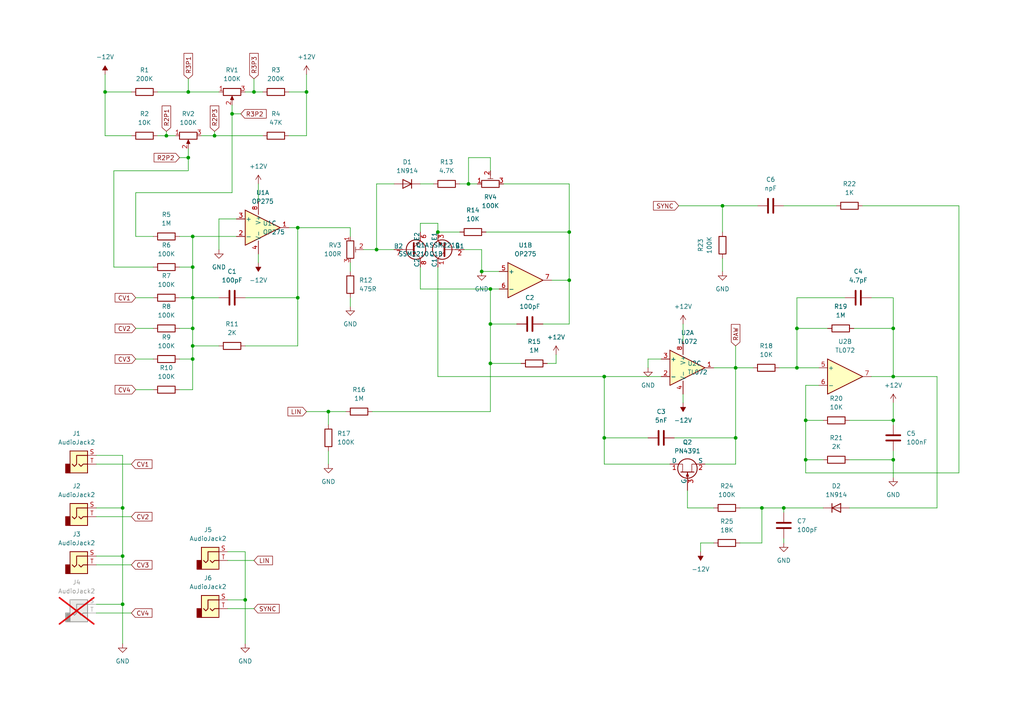
<source format=kicad_sch>
(kicad_sch (version 20230121) (generator eeschema)
  (paper "A4")
  (lib_symbols
    (symbol "Amplifier_Operational:OP275" (pin_names (offset 0.127))
      (property "Reference" "U" (at 0 5.08 0))
      (property "Value" "OP275" (at 0 -5.08 0))
      (symbol "OP275_1_1"
        (polyline (pts (xy -5.08 5.08) (xy 5.08 0) (xy -5.08 -5.08) (xy -5.08 5.08)) (stroke (width 0.254)) (fill (type background)))
        (pin output line (at 7.62 0 180) (length 2.54) (name "~") (number "1"))
        (pin input line (at -7.62 -2.54 0) (length 2.54) (name "-") (number "2"))
        (pin input line (at -7.62 2.54 0) (length 2.54) (name "+") (number "3"))
      )
      (symbol "OP275_2_1"
        (polyline (pts (xy -5.08 5.08) (xy 5.08 0) (xy -5.08 -5.08) (xy -5.08 5.08)) (stroke (width 0.254)) (fill (type background)))
        (pin input line (at -7.62 2.54 0) (length 2.54) (name "+") (number "5"))
        (pin input line (at -7.62 -2.54 0) (length 2.54) (name "-") (number "6"))
        (pin output line (at 7.62 0 180) (length 2.54) (name "~") (number "7"))
      )
      (symbol "OP275_3_1"
        (pin power_in line (at -2.54 -7.62 90) (length 3.81) (name "V-") (number "4"))
        (pin power_in line (at -2.54 7.62 270) (length 3.81) (name "V+") (number "8"))
      )
    )
    (symbol "Amplifier_Operational:TL072" (pin_names (offset 0.127))
      (property "Reference" "U" (at 0 5.08 0))
      (property "Value" "TL072" (at 0 -5.08 0))
      (symbol "TL072_1_1"
        (polyline (pts (xy -5.08 5.08) (xy 5.08 0) (xy -5.08 -5.08) (xy -5.08 5.08)) (stroke (width 0.254)) (fill (type background)))
        (pin output line (at 7.62 0 180) (length 2.54) (name "~") (number "1"))
        (pin input line (at -7.62 -2.54 0) (length 2.54) (name "-") (number "2"))
        (pin input line (at -7.62 2.54 0) (length 2.54) (name "+") (number "3"))
      )
      (symbol "TL072_2_1"
        (polyline (pts (xy -5.08 5.08) (xy 5.08 0) (xy -5.08 -5.08) (xy -5.08 5.08)) (stroke (width 0.254)) (fill (type background)))
        (pin input line (at -7.62 2.54 0) (length 2.54) (name "+") (number "5"))
        (pin input line (at -7.62 -2.54 0) (length 2.54) (name "-") (number "6"))
        (pin output line (at 7.62 0 180) (length 2.54) (name "~") (number "7"))
      )
      (symbol "TL072_3_1"
        (pin power_in line (at -2.54 -7.62 90) (length 3.81) (name "V-") (number "4"))
        (pin power_in line (at -2.54 7.62 270) (length 3.81) (name "V+") (number "8"))
      )
    )
    (symbol "Connector-github:AudioJack2"
      (property "Reference" "J" (at 0 8.89 0))
      (property "Value" "AudioJack2" (at 0 6.35 0))
      (symbol "AudioJack2_0_1"
        (rectangle (start -3.81 0) (end -2.54 -2.54) (stroke (width 0.254)) (fill (type outline)))
        (rectangle (start -2.54 3.81) (end 2.54 -2.54) (stroke (width 0.254)) (fill (type background)))
        (polyline (pts (xy 0 0) (xy 0.635 -0.635) (xy 1.27 0) (xy 2.54 0)) (stroke (width 0.254)))
        (polyline (pts (xy 2.54 2.54) (xy -0.635 2.54) (xy -0.635 0) (xy -1.27 -0.635) (xy -1.905 0)) (stroke (width 0.254)))
      )
      (symbol "AudioJack2_1_1"
        (pin passive line (at 5.08 2.54 180) (length 2.54) (name "~") (number "S"))
        (pin passive line (at 5.08 0 180) (length 2.54) (name "~") (number "T"))
      )
    )
    (symbol "Device:C" (pin_numbers hide) (pin_names (offset 0.254))
      (property "Reference" "C" (at 0.635 2.54 0))
      (property "Value" "C" (at 0.635 -2.54 0))
      (symbol "C_0_1"
        (polyline (pts (xy -2.032 -0.762) (xy 2.032 -0.762)) (stroke (width 0.508)))
        (polyline (pts (xy -2.032 0.762) (xy 2.032 0.762)) (stroke (width 0.508)))
      )
      (symbol "C_1_1"
        (pin passive line (at 0 3.81 270) (length 2.794) (name "~") (number "1"))
        (pin passive line (at 0 -3.81 90) (length 2.794) (name "~") (number "2"))
      )
    )
    (symbol "Device:R" (pin_numbers hide) (pin_names (offset 0))
      (property "Reference" "R" (at 2.032 0 90))
      (property "Value" "R" (at 0 0 90))
      (symbol "R_0_1"
        (rectangle (start -1.016 -2.54) (end 1.016 2.54) (stroke (width 0.254)))
      )
      (symbol "R_1_1"
        (pin passive line (at 0 3.81 270) (length 1.27) (name "~") (number "1"))
        (pin passive line (at 0 -3.81 90) (length 1.27) (name "~") (number "2"))
      )
    )
    (symbol "Device:R_Potentiometer" (pin_names (offset 1.016) hide)
      (property "Reference" "RV" (at -4.445 0 90))
      (property "Value" "R_Potentiometer" (at -2.54 0 90))
      (symbol "R_Potentiometer_0_1"
        (polyline (pts (xy 2.54 0) (xy 1.524 0)))
        (polyline (pts (xy 1.143 0) (xy 2.286 0.508) (xy 2.286 -0.508) (xy 1.143 0)) (fill (type outline)))
        (rectangle (start 1.016 2.54) (end -1.016 -2.54) (stroke (width 0.254)))
      )
      (symbol "R_Potentiometer_1_1"
        (pin passive line (at 0 3.81 270) (length 1.27) (name "1") (number "1"))
        (pin passive line (at 3.81 0 180) (length 1.27) (name "2") (number "2"))
        (pin passive line (at 0 -3.81 90) (length 1.27) (name "3") (number "3"))
      )
    )
    (symbol "Device:R_Potentiometer_Trim" (pin_names (offset 1.016) hide)
      (property "Reference" "RV" (at -4.445 0 90))
      (property "Value" "R_Potentiometer_Trim" (at -2.54 0 90))
      (symbol "R_Potentiometer_Trim_0_1"
        (polyline (pts (xy 1.524 0.762) (xy 1.524 -0.762)))
        (polyline (pts (xy 2.54 0) (xy 1.524 0)))
        (rectangle (start 1.016 2.54) (end -1.016 -2.54) (stroke (width 0.254)))
      )
      (symbol "R_Potentiometer_Trim_1_1"
        (pin passive line (at 0 3.81 270) (length 1.27) (name "1") (number "1"))
        (pin passive line (at 3.81 0 180) (length 1.27) (name "2") (number "2"))
        (pin passive line (at 0 -3.81 90) (length 1.27) (name "3") (number "3"))
      )
    )
    (symbol "Diode:1N914" (pin_numbers hide) (pin_names hide)
      (property "Reference" "D" (at 0 2.54 0))
      (property "Value" "1N914" (at 0 -2.54 0))
      (symbol "1N914_0_1"
        (polyline (pts (xy -1.27 1.27) (xy -1.27 -1.27)) (stroke (width 0.254)))
        (polyline (pts (xy 1.27 0) (xy -1.27 0)))
        (polyline (pts (xy 1.27 1.27) (xy 1.27 -1.27) (xy -1.27 0) (xy 1.27 1.27)) (stroke (width 0.254)))
      )
      (symbol "1N914_1_1"
        (pin passive line (at -3.81 0 0) (length 2.54) (name "K") (number "1"))
        (pin passive line (at 3.81 0 180) (length 2.54) (name "A") (number "2"))
      )
    )
    (symbol "Simulation_SPICE:NJFET" (pin_names (offset 0))
      (property "Reference" "Q2" (at 8.89 0 90))
      (property "Value" "PN4391" (at 6.35 0 90))
      (symbol "NJFET_0_1"
        (polyline (pts (xy 0.254 1.905) (xy 0.254 -1.905) (xy 0.254 -1.905)) (stroke (width 0.254)))
        (polyline (pts (xy 2.54 -2.54) (xy 2.54 -1.27) (xy 0.254 -1.27)))
        (polyline (pts (xy 2.54 2.54) (xy 2.54 1.397) (xy 0.254 1.397)))
        (polyline (pts (xy 0 0) (xy -1.016 0.381) (xy -1.016 -0.381) (xy 0 0)) (fill (type outline)))
        (circle (center 1.27 0) (radius 2.8194) (stroke (width 0.254)))
      )
      (symbol "NJFET_1_1"
        (pin passive line (at 2.54 5.08 270) (length 2.54) (name "D") (number "1"))
        (pin passive line (at 2.54 -5.08 90) (length 2.54) (name "S") (number "2"))
        (pin input line (at -5.08 0 0) (length 5.334) (name "G") (number "3"))
      )
    )
    (symbol "Transistor_BJT:SSM2210" (pin_names (offset 0))
      (property "Reference" "Q" (at 5.08 1.27 0))
      (property "Value" "SSM2210" (at 5.08 -1.27 0))
      (symbol "SSM2210_0_1"
        (polyline (pts (xy 0.635 0) (xy -2.54 0)))
        (polyline (pts (xy 0.635 0.635) (xy 2.54 2.54)))
        (polyline (pts (xy 0.635 -0.635) (xy 2.54 -2.54) (xy 2.54 -2.54)))
        (polyline (pts (xy 0.635 1.905) (xy 0.635 -1.905) (xy 0.635 -1.905)) (stroke (width 0.508)))
        (polyline (pts (xy 1.27 -1.778) (xy 1.778 -1.27) (xy 2.286 -2.286) (xy 1.27 -1.778) (xy 1.27 -1.778)) (fill (type outline)))
        (circle (center 1.27 0) (radius 2.8194) (stroke (width 0.254)))
      )
      (symbol "SSM2210_1_1"
        (pin passive line (at 2.54 5.08 270) (length 2.54) (name "C1") (number "1"))
        (pin input line (at -5.08 0 0) (length 2.54) (name "B1") (number "2"))
        (pin passive line (at 2.54 -5.08 90) (length 2.54) (name "E1") (number "3"))
      )
      (symbol "SSM2210_2_1"
        (pin passive line (at 2.54 -5.08 90) (length 2.54) (name "E2") (number "6"))
        (pin input line (at -5.08 0 0) (length 2.54) (name "B2") (number "7"))
        (pin passive line (at 2.54 5.08 270) (length 2.54) (name "C2") (number "8"))
      )
    )
    (symbol "power:+12V" (power) (pin_names (offset 0))
      (property "Value" "+12V" (at 0 3.556 0))
      (symbol "+12V_0_1"
        (polyline (pts (xy -0.762 1.27) (xy 0 2.54)))
        (polyline (pts (xy 0 0) (xy 0 2.54)))
        (polyline (pts (xy 0 2.54) (xy 0.762 1.27)))
      )
      (symbol "+12V_1_1"
        (pin power_in line (at 0 0 90) (length 0) hide (name "+12V") (number "1"))
      )
    )
    (symbol "power:-12V" (power) (pin_names (offset 0))
      (property "Value" "-12V" (at 0 3.81 0))
      (symbol "-12V_0_0"
        (pin power_in line (at 0 0 90) (length 0) hide (name "-12V") (number "1"))
      )
      (symbol "-12V_0_1"
        (polyline (pts (xy 0 0) (xy 0 1.27) (xy 0.762 1.27) (xy 0 2.54) (xy -0.762 1.27) (xy 0 1.27)) (fill (type outline)))
      )
    )
    (symbol "power:GND" (power) (pin_names (offset 0))
      (property "Value" "GND" (at 0 -3.81 0))
      (symbol "GND_0_1"
        (polyline (pts (xy 0 0) (xy 0 -1.27) (xy 1.27 -1.27) (xy 0 -2.54) (xy -1.27 -1.27) (xy 0 -1.27)))
      )
      (symbol "GND_1_1"
        (pin power_in line (at 0 0 270) (length 0) hide (name "GND") (number "1"))
      )
    )
  )
  (junction (at 259.08 95.25))
  (junction (at 139.7 78.74))
  (junction (at 213.36 106.68))
  (junction (at 142.24 105.41))
  (junction (at 175.26 127))
  (junction (at 35.56 147.32))
  (junction (at 55.88 86.36))
  (junction (at 67.31 33.02))
  (junction (at 135.89 53.34))
  (junction (at 73.66 26.67))
  (junction (at 220.98 147.32))
  (junction (at 30.48 26.67))
  (junction (at 71.12 173.99))
  (junction (at 165.1 67.31))
  (junction (at 142.24 83.82))
  (junction (at 62.23 39.37))
  (junction (at 86.36 66.04))
  (junction (at 95.25 119.38))
  (junction (at 142.24 93.98))
  (junction (at 35.56 175.26))
  (junction (at 233.68 133.35))
  (junction (at 54.61 26.67))
  (junction (at 55.88 68.58))
  (junction (at 54.61 45.72))
  (junction (at 231.14 106.68))
  (junction (at 227.33 147.32))
  (junction (at 259.08 109.22))
  (junction (at 55.88 95.25))
  (junction (at 55.88 104.14))
  (junction (at 213.36 127))
  (junction (at 259.08 133.35))
  (junction (at 165.1 81.28))
  (junction (at 209.55 59.69))
  (junction (at 175.26 109.22))
  (junction (at 233.68 121.92))
  (junction (at 55.88 100.33))
  (junction (at 35.56 161.29))
  (junction (at 86.36 86.36))
  (junction (at 259.08 121.92))
  (junction (at 88.9 26.67))
  (junction (at 127 67.31))
  (junction (at 55.88 77.47))
  (junction (at 48.26 39.37))
  (junction (at 109.22 72.39))
  (junction (at 231.14 95.25))
  (wire (pts (xy 233.68 133.35) (xy 238.76 133.35)))
  (wire (pts (xy 52.07 95.25) (xy 55.88 95.25)))
  (wire (pts (xy 246.38 147.32) (xy 271.78 147.32)))
  (wire (pts (xy 209.55 59.69) (xy 219.71 59.69)))
  (wire (pts (xy 67.31 30.48) (xy 67.31 33.02)))
  (wire (pts (xy 73.66 22.86) (xy 73.66 26.67)))
  (wire (pts (xy 109.22 53.34) (xy 109.22 72.39)))
  (wire (pts (xy 39.37 55.88) (xy 39.37 68.58)))
  (wire (pts (xy 142.24 83.82) (xy 144.78 83.82)))
  (wire (pts (xy 54.61 26.67) (xy 63.5 26.67)))
  (wire (pts (xy 259.08 130.81) (xy 259.08 133.35)))
  (wire (pts (xy 203.2 157.48) (xy 203.2 160.02)))
  (wire (pts (xy 259.08 121.92) (xy 259.08 123.19)))
  (wire (pts (xy 213.36 106.68) (xy 213.36 127)))
  (wire (pts (xy 135.89 45.72) (xy 135.89 53.34)))
  (wire (pts (xy 38.1 39.37) (xy 30.48 39.37)))
  (wire (pts (xy 227.33 156.21) (xy 227.33 157.48)))
  (wire (pts (xy 27.94 134.62) (xy 38.1 134.62)))
  (wire (pts (xy 252.73 86.36) (xy 259.08 86.36)))
  (wire (pts (xy 48.26 38.1) (xy 48.26 39.37)))
  (wire (pts (xy 271.78 147.32) (xy 271.78 109.22)))
  (wire (pts (xy 27.94 161.29) (xy 35.56 161.29)))
  (wire (pts (xy 247.65 95.25) (xy 259.08 95.25)))
  (wire (pts (xy 127 67.31) (xy 133.35 67.31)))
  (wire (pts (xy 27.94 163.83) (xy 38.1 163.83)))
  (wire (pts (xy 207.01 147.32) (xy 199.39 147.32)))
  (wire (pts (xy 107.95 119.38) (xy 142.24 119.38)))
  (wire (pts (xy 127 77.47) (xy 127 109.22)))
  (wire (pts (xy 139.7 72.39) (xy 139.7 78.74)))
  (wire (pts (xy 83.82 39.37) (xy 88.9 39.37)))
  (wire (pts (xy 68.58 63.5) (xy 63.5 63.5)))
  (wire (pts (xy 207.01 157.48) (xy 203.2 157.48)))
  (wire (pts (xy 259.08 109.22) (xy 252.73 109.22)))
  (wire (pts (xy 30.48 39.37) (xy 30.48 26.67)))
  (wire (pts (xy 220.98 147.32) (xy 227.33 147.32)))
  (wire (pts (xy 62.23 39.37) (xy 76.2 39.37)))
  (wire (pts (xy 237.49 111.76) (xy 233.68 111.76)))
  (wire (pts (xy 86.36 86.36) (xy 86.36 100.33)))
  (wire (pts (xy 175.26 127) (xy 175.26 109.22)))
  (wire (pts (xy 54.61 45.72) (xy 54.61 49.53)))
  (wire (pts (xy 233.68 121.92) (xy 238.76 121.92)))
  (wire (pts (xy 88.9 39.37) (xy 88.9 26.67)))
  (wire (pts (xy 39.37 104.14) (xy 44.45 104.14)))
  (wire (pts (xy 33.02 77.47) (xy 44.45 77.47)))
  (wire (pts (xy 27.94 149.86) (xy 38.1 149.86)))
  (wire (pts (xy 142.24 119.38) (xy 142.24 105.41)))
  (wire (pts (xy 149.86 93.98) (xy 142.24 93.98)))
  (wire (pts (xy 88.9 119.38) (xy 95.25 119.38)))
  (wire (pts (xy 71.12 160.02) (xy 71.12 173.99)))
  (wire (pts (xy 127 109.22) (xy 175.26 109.22)))
  (wire (pts (xy 231.14 86.36) (xy 231.14 95.25)))
  (wire (pts (xy 134.62 72.39) (xy 139.7 72.39)))
  (wire (pts (xy 114.3 53.34) (xy 109.22 53.34)))
  (wire (pts (xy 95.25 119.38) (xy 95.25 123.19)))
  (wire (pts (xy 52.07 113.03) (xy 55.88 113.03)))
  (wire (pts (xy 52.07 45.72) (xy 54.61 45.72)))
  (wire (pts (xy 35.56 147.32) (xy 35.56 161.29)))
  (wire (pts (xy 39.37 86.36) (xy 44.45 86.36)))
  (wire (pts (xy 55.88 77.47) (xy 55.88 68.58)))
  (wire (pts (xy 35.56 132.08) (xy 35.56 147.32)))
  (wire (pts (xy 238.76 147.32) (xy 227.33 147.32)))
  (wire (pts (xy 278.13 59.69) (xy 278.13 137.16)))
  (wire (pts (xy 66.04 160.02) (xy 71.12 160.02)))
  (wire (pts (xy 88.9 21.59) (xy 88.9 26.67)))
  (wire (pts (xy 27.94 147.32) (xy 35.56 147.32)))
  (wire (pts (xy 213.36 106.68) (xy 218.44 106.68)))
  (wire (pts (xy 39.37 113.03) (xy 44.45 113.03)))
  (wire (pts (xy 142.24 45.72) (xy 135.89 45.72)))
  (wire (pts (xy 66.04 162.56) (xy 73.66 162.56)))
  (wire (pts (xy 62.23 38.1) (xy 62.23 39.37)))
  (wire (pts (xy 121.92 67.31) (xy 121.92 64.77)))
  (wire (pts (xy 55.88 113.03) (xy 55.88 104.14)))
  (wire (pts (xy 55.88 86.36) (xy 55.88 77.47)))
  (wire (pts (xy 74.93 53.34) (xy 74.93 58.42)))
  (wire (pts (xy 39.37 68.58) (xy 44.45 68.58)))
  (wire (pts (xy 35.56 175.26) (xy 35.56 186.69)))
  (wire (pts (xy 52.07 68.58) (xy 55.88 68.58)))
  (wire (pts (xy 45.72 39.37) (xy 48.26 39.37)))
  (wire (pts (xy 30.48 21.59) (xy 30.48 26.67)))
  (wire (pts (xy 33.02 49.53) (xy 33.02 77.47)))
  (wire (pts (xy 246.38 121.92) (xy 259.08 121.92)))
  (wire (pts (xy 58.42 39.37) (xy 62.23 39.37)))
  (wire (pts (xy 271.78 109.22) (xy 259.08 109.22)))
  (wire (pts (xy 231.14 95.25) (xy 231.14 106.68)))
  (wire (pts (xy 213.36 100.33) (xy 213.36 106.68)))
  (wire (pts (xy 27.94 132.08) (xy 35.56 132.08)))
  (wire (pts (xy 259.08 133.35) (xy 259.08 138.43)))
  (wire (pts (xy 48.26 39.37) (xy 50.8 39.37)))
  (wire (pts (xy 27.94 177.8) (xy 38.1 177.8)))
  (wire (pts (xy 140.97 67.31) (xy 165.1 67.31)))
  (wire (pts (xy 52.07 86.36) (xy 55.88 86.36)))
  (wire (pts (xy 209.55 74.93) (xy 209.55 78.74)))
  (wire (pts (xy 45.72 26.67) (xy 54.61 26.67)))
  (wire (pts (xy 220.98 157.48) (xy 220.98 147.32)))
  (wire (pts (xy 83.82 66.04) (xy 86.36 66.04)))
  (wire (pts (xy 55.88 100.33) (xy 55.88 95.25)))
  (wire (pts (xy 165.1 53.34) (xy 165.1 67.31)))
  (wire (pts (xy 213.36 134.62) (xy 204.47 134.62)))
  (wire (pts (xy 226.06 106.68) (xy 231.14 106.68)))
  (wire (pts (xy 195.58 127) (xy 213.36 127)))
  (wire (pts (xy 121.92 64.77) (xy 127 64.77)))
  (wire (pts (xy 165.1 93.98) (xy 157.48 93.98)))
  (wire (pts (xy 71.12 173.99) (xy 71.12 186.69)))
  (wire (pts (xy 71.12 26.67) (xy 73.66 26.67)))
  (wire (pts (xy 55.88 86.36) (xy 63.5 86.36)))
  (wire (pts (xy 74.93 73.66) (xy 74.93 76.2)))
  (wire (pts (xy 161.29 105.41) (xy 161.29 102.87)))
  (wire (pts (xy 245.11 86.36) (xy 231.14 86.36)))
  (wire (pts (xy 95.25 119.38) (xy 100.33 119.38)))
  (wire (pts (xy 67.31 33.02) (xy 69.85 33.02)))
  (wire (pts (xy 67.31 33.02) (xy 67.31 55.88)))
  (wire (pts (xy 227.33 147.32) (xy 227.33 148.59)))
  (wire (pts (xy 146.05 53.34) (xy 165.1 53.34)))
  (wire (pts (xy 52.07 77.47) (xy 55.88 77.47)))
  (wire (pts (xy 158.75 105.41) (xy 161.29 105.41)))
  (wire (pts (xy 71.12 86.36) (xy 86.36 86.36)))
  (wire (pts (xy 259.08 116.84) (xy 259.08 121.92)))
  (wire (pts (xy 233.68 121.92) (xy 233.68 133.35)))
  (wire (pts (xy 27.94 175.26) (xy 35.56 175.26)))
  (wire (pts (xy 101.6 78.74) (xy 101.6 76.2)))
  (wire (pts (xy 86.36 66.04) (xy 101.6 66.04)))
  (wire (pts (xy 160.02 81.28) (xy 165.1 81.28)))
  (wire (pts (xy 63.5 63.5) (xy 63.5 72.39)))
  (wire (pts (xy 231.14 95.25) (xy 240.03 95.25)))
  (wire (pts (xy 214.63 147.32) (xy 220.98 147.32)))
  (wire (pts (xy 199.39 147.32) (xy 199.39 142.24)))
  (wire (pts (xy 101.6 66.04) (xy 101.6 68.58)))
  (wire (pts (xy 209.55 59.69) (xy 209.55 67.31)))
  (wire (pts (xy 198.12 93.98) (xy 198.12 99.06)))
  (wire (pts (xy 231.14 106.68) (xy 237.49 106.68)))
  (wire (pts (xy 207.01 106.68) (xy 213.36 106.68)))
  (wire (pts (xy 105.41 72.39) (xy 109.22 72.39)))
  (wire (pts (xy 227.33 59.69) (xy 242.57 59.69)))
  (wire (pts (xy 66.04 176.53) (xy 73.66 176.53)))
  (wire (pts (xy 55.88 100.33) (xy 63.5 100.33)))
  (wire (pts (xy 54.61 43.18) (xy 54.61 45.72)))
  (wire (pts (xy 250.19 59.69) (xy 278.13 59.69)))
  (wire (pts (xy 278.13 137.16) (xy 233.68 137.16)))
  (wire (pts (xy 187.96 104.14) (xy 187.96 106.68)))
  (wire (pts (xy 39.37 95.25) (xy 44.45 95.25)))
  (wire (pts (xy 213.36 127) (xy 213.36 134.62)))
  (wire (pts (xy 165.1 81.28) (xy 165.1 93.98)))
  (wire (pts (xy 175.26 109.22) (xy 191.77 109.22)))
  (wire (pts (xy 142.24 105.41) (xy 151.13 105.41)))
  (wire (pts (xy 66.04 173.99) (xy 71.12 173.99)))
  (wire (pts (xy 54.61 49.53) (xy 33.02 49.53)))
  (wire (pts (xy 55.88 104.14) (xy 55.88 100.33)))
  (wire (pts (xy 86.36 100.33) (xy 71.12 100.33)))
  (wire (pts (xy 135.89 53.34) (xy 138.43 53.34)))
  (wire (pts (xy 101.6 86.36) (xy 101.6 88.9)))
  (wire (pts (xy 38.1 26.67) (xy 30.48 26.67)))
  (wire (pts (xy 233.68 137.16) (xy 233.68 133.35)))
  (wire (pts (xy 127 64.77) (xy 127 67.31)))
  (wire (pts (xy 142.24 93.98) (xy 142.24 83.82)))
  (wire (pts (xy 121.92 53.34) (xy 125.73 53.34)))
  (wire (pts (xy 194.31 134.62) (xy 175.26 134.62)))
  (wire (pts (xy 86.36 66.04) (xy 86.36 86.36)))
  (wire (pts (xy 83.82 26.67) (xy 88.9 26.67)))
  (wire (pts (xy 109.22 72.39) (xy 114.3 72.39)))
  (wire (pts (xy 67.31 55.88) (xy 39.37 55.88)))
  (wire (pts (xy 259.08 86.36) (xy 259.08 95.25)))
  (wire (pts (xy 52.07 104.14) (xy 55.88 104.14)))
  (wire (pts (xy 55.88 95.25) (xy 55.88 86.36)))
  (wire (pts (xy 55.88 68.58) (xy 68.58 68.58)))
  (wire (pts (xy 246.38 133.35) (xy 259.08 133.35)))
  (wire (pts (xy 95.25 130.81) (xy 95.25 134.62)))
  (wire (pts (xy 73.66 26.67) (xy 76.2 26.67)))
  (wire (pts (xy 54.61 22.86) (xy 54.61 26.67)))
  (wire (pts (xy 121.92 77.47) (xy 121.92 83.82)))
  (wire (pts (xy 175.26 134.62) (xy 175.26 127)))
  (wire (pts (xy 139.7 78.74) (xy 144.78 78.74)))
  (wire (pts (xy 165.1 67.31) (xy 165.1 81.28)))
  (wire (pts (xy 214.63 157.48) (xy 220.98 157.48)))
  (wire (pts (xy 196.85 59.69) (xy 209.55 59.69)))
  (wire (pts (xy 191.77 104.14) (xy 187.96 104.14)))
  (wire (pts (xy 142.24 105.41) (xy 142.24 93.98)))
  (wire (pts (xy 198.12 114.3) (xy 198.12 116.84)))
  (wire (pts (xy 142.24 49.53) (xy 142.24 45.72)))
  (wire (pts (xy 175.26 127) (xy 187.96 127)))
  (wire (pts (xy 259.08 95.25) (xy 259.08 109.22)))
  (wire (pts (xy 233.68 111.76) (xy 233.68 121.92)))
  (wire (pts (xy 35.56 161.29) (xy 35.56 175.26)))
  (wire (pts (xy 121.92 83.82) (xy 142.24 83.82)))
  (wire (pts (xy 133.35 53.34) (xy 135.89 53.34)))
  (global_label "R2P2" (shape input) (at 52.07 45.72 180) (property "Intersheetrefs" "${INTERSHEET_REFS}" (effects hide)))
  (global_label "CV1" (shape input) (at 39.37 86.36 180) (property "Intersheetrefs" "${INTERSHEET_REFS}" (effects hide)))
  (global_label "SYNC" (shape input) (at 196.85 59.69 180) (property "Intersheetrefs" "${INTERSHEET_REFS}" (effects hide)))
  (global_label "CV2" (shape input) (at 39.37 95.25 180) (property "Intersheetrefs" "${INTERSHEET_REFS}" (effects hide)))
  (global_label "R3P2" (shape input) (at 69.85 33.02 0) (property "Intersheetrefs" "${INTERSHEET_REFS}" (effects hide)))
  (global_label "CV3" (shape input) (at 38.1 163.83 0) (property "Intersheetrefs" "${INTERSHEET_REFS}" (effects hide)))
  (global_label "CV3" (shape input) (at 39.37 104.14 180) (property "Intersheetrefs" "${INTERSHEET_REFS}" (effects hide)))
  (global_label "LIN" (shape input) (at 73.66 162.56 0) (property "Intersheetrefs" "${INTERSHEET_REFS}" (effects hide)))
  (global_label "CV2" (shape input) (at 38.1 149.86 0) (property "Intersheetrefs" "${INTERSHEET_REFS}" (effects hide)))
  (global_label "R3P1" (shape input) (at 54.61 22.86 90) (property "Intersheetrefs" "${INTERSHEET_REFS}" (effects hide)))
  (global_label "CV4" (shape input) (at 39.37 113.03 180) (property "Intersheetrefs" "${INTERSHEET_REFS}" (effects hide)))
  (global_label "R2P1" (shape input) (at 48.26 38.1 90) (property "Intersheetrefs" "${INTERSHEET_REFS}" (effects hide)))
  (global_label "RAW" (shape input) (at 213.36 100.33 90) (property "Intersheetrefs" "${INTERSHEET_REFS}" (effects hide)))
  (global_label "CV1" (shape input) (at 38.1 134.62 0) (property "Intersheetrefs" "${INTERSHEET_REFS}" (effects hide)))
  (global_label "R2P3" (shape input) (at 62.23 38.1 90) (property "Intersheetrefs" "${INTERSHEET_REFS}" (effects hide)))
  (global_label "R3P3" (shape input) (at 73.66 22.86 90) (property "Intersheetrefs" "${INTERSHEET_REFS}" (effects hide)))
  (global_label "SYNC" (shape input) (at 73.66 176.53 0) (property "Intersheetrefs" "${INTERSHEET_REFS}" (effects hide)))
  (global_label "CV4" (shape input) (at 38.1 177.8 0) (property "Intersheetrefs" "${INTERSHEET_REFS}" (effects hide)))
  (global_label "LIN" (shape input) (at 88.9 119.38 180) (property "Intersheetrefs" "${INTERSHEET_REFS}" (effects hide)))
  (symbol (lib_id "Device:R") (at 48.26 104.14 90) (unit 1)
    (property "Reference" "R9" (at 48.26 97.79 90))
    (property "Value" "100K" (at 48.26 100.33 90))
    (property "Footprint" "Resistor_THT:R_Axial_DIN0204_L3.6mm_D1.6mm_P5.08mm_Horizontal" (effects hide))
    (instances (project "VCO" (path "" (reference "R9") (unit 1)) (path "" (reference "R7") (unit 1))))
  )
  (symbol (lib_id "Device:R") (at 154.94 105.41 90) (unit 1)
    (property "Reference" "R15" (at 154.94 99.06 90))
    (property "Value" "1M" (at 154.94 101.6 90))
    (property "Footprint" "Resistor_THT:R_Axial_DIN0204_L3.6mm_D1.6mm_P5.08mm_Horizontal" (effects hide))
    (instances (project "VCO" (path "" (reference "R15") (unit 1)) (path "" (reference "R17") (unit 1))))
  )
  (symbol (lib_id "Device:C") (at 67.31 86.36 90) (unit 1)
    (property "Reference" "C1" (at 67.31 78.74 90))
    (property "Value" "100pF" (at 67.31 81.28 90))
    (property "Footprint" "Capacitor_THT:C_Disc_D3.0mm_W1.6mm_P2.50mm" (effects hide))
  )
  (symbol (lib_id "Device:C") (at 153.67 93.98 90) (unit 1)
    (property "Reference" "C2" (at 153.67 86.36 90))
    (property "Value" "100pF" (at 153.67 88.9 90))
    (property "Footprint" "Capacitor_THT:C_Disc_D3.0mm_W1.6mm_P2.50mm" (effects hide))
  )
  (symbol (lib_id "Connector-github:AudioJack2") (at 22.86 134.62 0) (unit 1) (on_board no)
    (property "Reference" "J1" (at 22.225 125.73 0))
    (property "Value" "AudioJack2" (at 22.225 128.27 0))
    (property "Footprint" "Connector_Audio:Jack_3.5mm_QingPu_WQP-PJ398SM_Vertical_CircularHoles" (effects hide))
  )
  (symbol (lib_id "Device:R") (at 242.57 121.92 90) (unit 1)
    (property "Reference" "R20" (at 242.57 115.57 90))
    (property "Value" "10K" (at 242.57 118.11 90))
    (property "Footprint" "Resistor_THT:R_Axial_DIN0204_L3.6mm_D1.6mm_P5.08mm_Horizontal" (effects hide))
    (instances (project "VCO" (path "" (reference "R20") (unit 1)) (path "" (reference "R22") (unit 1))))
  )
  (symbol (lib_id "Device:R") (at 222.25 106.68 90) (unit 1)
    (property "Reference" "R18" (at 222.25 100.33 90))
    (property "Value" "10K" (at 222.25 102.87 90))
    (property "Footprint" "Resistor_THT:R_Axial_DIN0204_L3.6mm_D1.6mm_P5.08mm_Horizontal" (effects hide))
    (instances (project "VCO" (path "" (reference "R18") (unit 1)) (path "" (reference "R21") (unit 1))))
  )
  (symbol (lib_id "power:+12V") (at 74.93 53.34 0) (unit 1)
    (property "Reference" "#PWR05" (effects hide))
    (property "Value" "+12V" (at 74.93 48.26 0))
  )
  (symbol (lib_id "Device:R") (at 246.38 59.69 90) (unit 1)
    (property "Reference" "R22" (at 246.38 53.34 90))
    (property "Value" "1K" (at 246.38 55.88 90))
    (property "Footprint" "Resistor_THT:R_Axial_DIN0204_L3.6mm_D1.6mm_P5.08mm_Horizontal" (effects hide))
    (instances (project "VCO" (path "" (reference "R22") (unit 1)) (path "" (reference "R25") (unit 1))))
  )
  (symbol (lib_id "power:GND") (at 71.12 186.69 0) (unit 1)
    (property "Reference" "#PWR09" (effects hide))
    (property "Value" "GND" (at 71.12 191.77 0))
    (instances (project "VCO" (path "" (reference "#PWR09") (unit 1)) (path "" (reference "#PWR04") (unit 1))))
  )
  (symbol (lib_id "power:-12V") (at 203.2 160.02 180) (unit 1)
    (property "Reference" "#PWR017" (effects hide))
    (property "Value" "-12V" (at 203.2 165.1 0))
    (instances (project "VCO" (path "" (reference "#PWR017") (unit 1)) (path "" (reference "#PWR015") (unit 1))))
  )
  (symbol (lib_id "Device:C") (at 191.77 127 90) (unit 1)
    (property "Reference" "C3" (at 191.77 119.38 90))
    (property "Value" "5nF" (at 191.77 121.92 90))
    (property "Footprint" "Capacitor_THT:C_Disc_D3.0mm_W1.6mm_P2.50mm" (effects hide))
  )
  (symbol (lib_id "Connector-github:AudioJack2") (at 60.96 176.53 0) (unit 1) (on_board no)
    (property "Reference" "J6" (at 60.325 167.64 0))
    (property "Value" "AudioJack2" (at 60.325 170.18 0))
    (property "Footprint" "Connector_Audio:Jack_3.5mm_QingPu_WQP-PJ398SM_Vertical_CircularHoles" (effects hide))
  )
  (symbol (lib_id "power:GND") (at 95.25 134.62 0) (unit 1)
    (property "Reference" "#PWR09" (effects hide))
    (property "Value" "GND" (at 95.25 139.7 0))
    (instances (project "VCO" (path "" (reference "#PWR09") (unit 1)) (path "" (reference "#PWR08") (unit 1))))
  )
  (symbol (lib_id "Device:R_Potentiometer_Trim") (at 142.24 53.34 90) (unit 1)
    (property "Reference" "RV4" (at 142.24 57.15 90))
    (property "Value" "100K" (at 142.24 59.69 90))
    (property "Footprint" "Potentiometer_THT:Potentiometer_Bourns_3266Y_Vertical" (effects hide))
    (instances (project "VCO" (path "" (reference "RV4") (unit 1)) (path "" (reference "HFTRIM1") (unit 1))))
  )
  (symbol (lib_id "Device:R") (at 209.55 71.12 180) (unit 1)
    (property "Reference" "R23" (at 203.2 71.12 90))
    (property "Value" "100K" (at 205.74 71.12 90))
    (property "Footprint" "Resistor_THT:R_Axial_DIN0204_L3.6mm_D1.6mm_P5.08mm_Horizontal" (effects hide))
    (instances (project "VCO" (path "" (reference "R23") (unit 1)) (path "" (reference "R18") (unit 1))))
  )
  (symbol (lib_id "Device:R_Potentiometer") (at 54.61 39.37 90) (mirror x) (unit 1) (on_board no)
    (property "Reference" "RV2" (at 54.61 33.02 90))
    (property "Value" "100K" (at 54.61 35.56 90))
    (property "Footprint" "Potentiometer_THT:Potentiometer_Bourns_PTV09A-1_Single_Vertical" (effects hide))
    (instances (project "VCO" (path "" (reference "RV2") (unit 1)) (path "" (reference "RV1") (unit 1))))
  )
  (symbol (lib_id "Amplifier_Operational:TL072") (at 199.39 106.68 0) (unit 1)
    (property "Reference" "U2" (at 199.39 96.52 0))
    (property "Value" "TL072" (at 199.39 99.06 0))
    (property "Footprint" "Package_DIP:DIP-8_W7.62mm_LongPads" (effects hide))
    (property "Datasheet" "http://www.ti.com/lit/ds/symlink/tl071.pdf" (effects hide))
  )
  (symbol (lib_id "power:+12V") (at 88.9 21.59 0) (unit 1)
    (property "Reference" "#PWR02" (effects hide))
    (property "Value" "+12V" (at 88.9 16.51 0))
    (instances (project "VCO" (path "" (reference "#PWR02") (unit 1)) (path "" (reference "#PWR07") (unit 1))))
  )
  (symbol (lib_id "power:GND") (at 63.5 72.39 0) (unit 1)
    (property "Reference" "#PWR03" (effects hide))
    (property "Value" "GND" (at 63.5 77.47 0))
  )
  (symbol (lib_id "Device:R") (at 210.82 147.32 90) (unit 1)
    (property "Reference" "R24" (at 210.82 140.97 90))
    (property "Value" "100K" (at 210.82 143.51 90))
    (property "Footprint" "Resistor_THT:R_Axial_DIN0204_L3.6mm_D1.6mm_P5.08mm_Horizontal" (effects hide))
    (instances (project "VCO" (path "" (reference "R24") (unit 1)) (path "" (reference "R19") (unit 1))))
  )
  (symbol (lib_id "power:-12V") (at 74.93 76.2 180) (unit 1)
    (property "Reference" "#PWR04" (effects hide))
    (property "Value" "-12V" (at 74.93 81.28 0))
    (instances (project "VCO" (path "" (reference "#PWR04") (unit 1)) (path "" (reference "#PWR06") (unit 1))))
  )
  (symbol (lib_id "Device:R") (at 242.57 133.35 90) (unit 1)
    (property "Reference" "R21" (at 242.57 127 90))
    (property "Value" "2K" (at 242.57 129.54 90))
    (property "Footprint" "Resistor_THT:R_Axial_DIN0204_L3.6mm_D1.6mm_P5.08mm_Horizontal" (effects hide))
    (instances (project "VCO" (path "" (reference "R21") (unit 1)) (path "" (reference "R23") (unit 1))))
  )
  (symbol (lib_id "power:+12V") (at 259.08 116.84 0) (unit 1)
    (property "Reference" "#PWR013" (effects hide))
    (property "Value" "+12V" (at 259.08 111.76 0))
    (instances (project "VCO" (path "" (reference "#PWR013") (unit 1)) (path "" (reference "#PWR018") (unit 1))))
  )
  (symbol (lib_id "power:+12V") (at 198.12 93.98 0) (unit 1)
    (property "Reference" "#PWR011" (effects hide))
    (property "Value" "+12V" (at 198.12 88.9 0))
    (instances (project "VCO" (path "" (reference "#PWR011") (unit 1)) (path "" (reference "#PWR013") (unit 1))))
  )
  (symbol (lib_id "Device:R") (at 48.26 68.58 90) (unit 1)
    (property "Reference" "R5" (at 48.26 62.23 90))
    (property "Value" "1M" (at 48.26 64.77 90))
    (property "Footprint" "Resistor_THT:R_Axial_DIN0204_L3.6mm_D1.6mm_P5.08mm_Horizontal" (effects hide))
    (instances (project "VCO" (path "" (reference "R5") (unit 1)) (path "" (reference "R3") (unit 1))))
  )
  (symbol (lib_id "Amplifier_Operational:OP275") (at 77.47 66.04 0) (unit 3)
    (property "Reference" "U1" (at 76.2 64.77 0) (effects (justify left)))
    (property "Value" "OP275" (at 76.2 67.31 0) (effects (justify left)))
    (property "Footprint" "Package_DIP:DIP-8_W7.62mm_LongPads" (effects hide))
    (property "Datasheet" "https://www.analog.com/media/en/technical-documentation/data-sheets/OP275.pdf" (effects hide))
  )
  (symbol (lib_id "power:GND") (at 101.6 88.9 0) (unit 1)
    (property "Reference" "#PWR06" (effects hide))
    (property "Value" "GND" (at 101.6 93.98 0))
    (instances (project "VCO" (path "" (reference "#PWR06") (unit 1)) (path "" (reference "#PWR09") (unit 1))))
  )
  (symbol (lib_id "Device:R") (at 48.26 86.36 90) (unit 1)
    (property "Reference" "R7" (at 48.26 80.01 90))
    (property "Value" "100K" (at 48.26 82.55 90))
    (property "Footprint" "Resistor_THT:R_Axial_DIN0204_L3.6mm_D1.6mm_P5.08mm_Horizontal" (effects hide))
    (instances (project "VCO" (path "" (reference "R7") (unit 1)) (path "" (reference "R5") (unit 1))))
  )
  (symbol (lib_id "Transistor_BJT:SSM2210") (at 119.38 72.39 0) (mirror x) (unit 2)
    (property "Reference" "Q1" (at 124.46 73.66 0) (effects (justify left)))
    (property "Value" "SSM2210" (at 124.46 71.12 0) (effects (justify left)))
    (property "Footprint" "Package_SO:SOIC-8_3.9x4.9mm_P1.27mm" (effects hide))
    (property "Datasheet" "https://www.analog.com/media/en/technical-documentation/obsolete-data-sheets/SSM2210.pdf" (effects hide))
  )
  (symbol (lib_id "Connector-github:AudioJack2") (at 22.86 163.83 0) (unit 1) (on_board no)
    (property "Reference" "J3" (at 22.225 154.94 0))
    (property "Value" "AudioJack2" (at 22.225 157.48 0))
    (property "Footprint" "Connector_Audio:Jack_3.5mm_QingPu_WQP-PJ398SM_Vertical_CircularHoles" (effects hide))
  )
  (symbol (lib_id "power:GND") (at 139.7 78.74 0) (unit 1)
    (property "Reference" "#PWR07" (effects hide))
    (property "Value" "GND" (at 139.7 83.82 0))
    (instances (project "VCO" (path "" (reference "#PWR07") (unit 1)) (path "" (reference "#PWR010") (unit 1))))
  )
  (symbol (lib_id "Diode:1N914") (at 242.57 147.32 0) (unit 1)
    (property "Reference" "D2" (at 242.57 140.97 0))
    (property "Value" "1N914" (at 242.57 143.51 0))
    (property "Footprint" "Diode_THT:D_DO-35_SOD27_P7.62mm_Horizontal" (effects hide))
    (property "Datasheet" "http://www.vishay.com/docs/85622/1n914.pdf" (effects hide))
    (property "Sim.Device" "D" (effects hide))
    (property "Sim.Pins" "1=K 2=A" (effects hide))
  )
  (symbol (lib_id "Device:R") (at 210.82 157.48 90) (unit 1)
    (property "Reference" "R25" (at 210.82 151.2236 90))
    (property "Value" "18K" (at 210.82 153.7636 90))
    (property "Footprint" "Resistor_THT:R_Axial_DIN0204_L3.6mm_D1.6mm_P5.08mm_Horizontal" (effects hide))
    (instances (project "VCO" (path "" (reference "R25") (unit 1)) (path "" (reference "R20") (unit 1))))
  )
  (symbol (lib_id "Device:R") (at 48.26 77.47 90) (unit 1)
    (property "Reference" "R6" (at 48.26 71.12 90))
    (property "Value" "100K" (at 48.26 73.66 90))
    (property "Footprint" "Resistor_THT:R_Axial_DIN0204_L3.6mm_D1.6mm_P5.08mm_Horizontal" (effects hide))
    (instances (project "VCO" (path "" (reference "R6") (unit 1)) (path "" (reference "R4") (unit 1))))
  )
  (symbol (lib_id "Device:C") (at 248.92 86.36 90) (unit 1)
    (property "Reference" "C4" (at 248.92 78.74 90))
    (property "Value" "4.7pF" (at 248.92 81.28 90))
    (property "Footprint" "Capacitor_THT:C_Disc_D3.0mm_W1.6mm_P2.50mm" (effects hide))
    (instances (project "VCO" (path "" (reference "C4") (unit 1)) (path "" (reference "C6") (unit 1))))
  )
  (symbol (lib_id "Amplifier_Operational:TL072") (at 200.66 106.68 0) (unit 3)
    (property "Reference" "U2" (at 199.39 105.41 0) (effects (justify left)))
    (property "Value" "TL072" (at 199.39 107.95 0) (effects (justify left)))
    (property "Footprint" "Package_DIP:DIP-8_W7.62mm_LongPads" (effects hide))
    (property "Datasheet" "http://www.ti.com/lit/ds/symlink/tl071.pdf" (effects hide))
  )
  (symbol (lib_id "Device:R") (at 95.25 127 180) (unit 1)
    (property "Reference" "R17" (at 97.79 125.73 0) (effects (justify right)))
    (property "Value" "100K" (at 97.79 128.27 0) (effects (justify right)))
    (property "Footprint" "Resistor_THT:R_Axial_DIN0204_L3.6mm_D1.6mm_P5.08mm_Horizontal" (effects hide))
    (instances (project "VCO" (path "" (reference "R17") (unit 1)) (path "" (reference "R12") (unit 1))))
  )
  (symbol (lib_id "power:GND") (at 259.08 138.43 0) (unit 1)
    (property "Reference" "#PWR014" (effects hide))
    (property "Value" "GND" (at 259.08 143.51 0))
    (instances (project "VCO" (path "" (reference "#PWR014") (unit 1)) (path "" (reference "#PWR019") (unit 1))))
  )
  (symbol (lib_id "Device:R_Potentiometer_Trim") (at 101.6 72.39 0) (unit 1)
    (property "Reference" "RV3" (at 99.06 71.12 0) (effects (justify right)))
    (property "Value" "100R" (at 99.06 73.66 0) (effects (justify right)))
    (property "Footprint" "Potentiometer_THT:Potentiometer_Bourns_3266Y_Vertical" (effects hide))
    (instances (project "VCO" (path "" (reference "RV3") (unit 1)) (path "" (reference "VOTRIM1") (unit 1))))
  )
  (symbol (lib_id "Device:R") (at 41.91 26.67 90) (unit 1) (on_board no)
    (property "Reference" "R1" (at 41.91 20.32 90))
    (property "Value" "200K" (at 41.91 22.86 90))
    (property "Footprint" "Resistor_THT:R_Axial_DIN0204_L3.6mm_D1.6mm_P5.08mm_Horizontal" (effects hide))
  )
  (symbol (lib_id "Device:R") (at 137.16 67.31 90) (unit 1)
    (property "Reference" "R14" (at 137.16 60.96 90))
    (property "Value" "10K" (at 137.16 63.5 90))
    (property "Footprint" "Resistor_THT:R_Axial_DIN0204_L3.6mm_D1.6mm_P5.08mm_Horizontal" (effects hide))
    (instances (project "VCO" (path "" (reference "R14") (unit 1)) (path "" (reference "R16") (unit 1))))
  )
  (symbol (lib_id "Device:R") (at 129.54 53.34 90) (unit 1)
    (property "Reference" "R13" (at 129.54 46.99 90))
    (property "Value" "4.7K" (at 129.54 49.53 90))
    (property "Footprint" "Resistor_THT:R_Axial_DIN0204_L3.6mm_D1.6mm_P5.08mm_Horizontal" (effects hide))
    (instances (project "VCO" (path "" (reference "R13") (unit 1)) (path "" (reference "R15") (unit 1))))
  )
  (symbol (lib_id "power:-12V") (at 30.48 21.59 0) (unit 1)
    (property "Reference" "#PWR01" (effects hide))
    (property "Value" "-12V" (at 30.48 16.51 0))
  )
  (symbol (lib_id "power:GND") (at 209.55 78.74 0) (unit 1)
    (property "Reference" "#PWR015" (effects hide))
    (property "Value" "GND" (at 209.55 83.82 0))
    (instances (project "VCO" (path "" (reference "#PWR015") (unit 1)) (path "" (reference "#PWR016") (unit 1))))
  )
  (symbol (lib_id "power:+12V") (at 161.29 102.87 0) (unit 1)
    (property "Reference" "#PWR08" (effects hide))
    (property "Value" "+12V" (at 161.29 97.79 0))
    (instances (project "VCO" (path "" (reference "#PWR08") (unit 1)) (path "" (reference "#PWR011") (unit 1))))
  )
  (symbol (lib_id "Device:R") (at 67.31 100.33 90) (unit 1)
    (property "Reference" "R11" (at 67.31 93.98 90))
    (property "Value" "2K" (at 67.31 96.52 90))
    (property "Footprint" "Resistor_THT:R_Axial_DIN0204_L3.6mm_D1.6mm_P5.08mm_Horizontal" (effects hide))
    (instances (project "VCO" (path "" (reference "R11") (unit 1)) (path "" (reference "R9") (unit 1))))
  )
  (symbol (lib_id "Connector-github:AudioJack2") (at 22.86 177.8 0) (unit 1) (in_bom no) (on_board no) (dnp yes)
    (property "Reference" "J4" (at 22.225 168.91 0))
    (property "Value" "AudioJack2" (at 22.225 171.45 0))
    (property "Footprint" "Connector_Audio:Jack_3.5mm_QingPu_WQP-PJ398SM_Vertical_CircularHoles" (effects hide))
  )
  (symbol (lib_id "Simulation_SPICE:NJFET") (at 199.39 137.16 90) (unit 1)
    (property "Reference" "Q2" (at 199.39 128.27 90))
    (property "Value" "PN4391" (at 199.39 130.81 90))
    (property "Footprint" "Package_TO_SOT_THT:TO-92L_HandSolder" (effects hide))
    (property "Sim.Device" "NJFET" (effects hide))
    (property "Sim.Type" "SHICHMANHODGES" (effects hide))
    (property "Sim.Pins" "1=D 2=G 3=S" (effects hide))
  )
  (symbol (lib_id "Device:R_Potentiometer") (at 67.31 26.67 90) (mirror x) (unit 1) (on_board no)
    (property "Reference" "RV1" (at 67.31 20.32 90))
    (property "Value" "100K" (at 67.31 22.86 90))
    (property "Footprint" "Potentiometer_THT:Potentiometer_Bourns_PTV09A-1_Single_Vertical" (effects hide))
    (instances (project "VCO" (path "" (reference "RV1") (unit 1)) (path "" (reference "RV2") (unit 1))))
  )
  (symbol (lib_id "Device:R") (at 80.01 39.37 90) (unit 1) (on_board no)
    (property "Reference" "R4" (at 80.01 33.02 90))
    (property "Value" "47K" (at 80.01 35.56 90))
    (property "Footprint" "Resistor_THT:R_Axial_DIN0204_L3.6mm_D1.6mm_P5.08mm_Horizontal" (effects hide))
    (instances (project "VCO" (path "" (reference "R4") (unit 1)) (path "" (reference "R11") (unit 1))))
  )
  (symbol (lib_id "Device:C") (at 227.33 152.4 180) (unit 1)
    (property "Reference" "C7" (at 231.14 151.13 0) (effects (justify right)))
    (property "Value" "100pF" (at 231.14 153.67 0) (effects (justify right)))
    (property "Footprint" "Capacitor_THT:C_Disc_D3.0mm_W1.6mm_P2.50mm" (effects hide))
    (instances (project "VCO" (path "" (reference "C7") (unit 1)) (path "" (reference "C5") (unit 1))))
  )
  (symbol (lib_id "Device:R") (at 104.14 119.38 90) (unit 1)
    (property "Reference" "R16" (at 104.14 113.03 90))
    (property "Value" "1M" (at 104.14 115.57 90))
    (property "Footprint" "Resistor_THT:R_Axial_DIN0204_L3.6mm_D1.6mm_P5.08mm_Horizontal" (effects hide))
    (instances (project "VCO" (path "" (reference "R16") (unit 1)) (path "" (reference "R14") (unit 1))))
  )
  (symbol (lib_id "Connector-github:AudioJack2") (at 22.86 149.86 0) (unit 1) (on_board no)
    (property "Reference" "J2" (at 22.225 140.97 0))
    (property "Value" "AudioJack2" (at 22.225 143.51 0))
    (property "Footprint" "Connector_Audio:Jack_3.5mm_QingPu_WQP-PJ398SM_Vertical_CircularHoles" (effects hide))
  )
  (symbol (lib_id "Amplifier_Operational:OP275") (at 76.2 66.04 0) (unit 1)
    (property "Reference" "U1" (at 76.2 55.88 0))
    (property "Value" "OP275" (at 76.2 58.42 0))
    (property "Footprint" "Package_DIP:DIP-8_W7.62mm_LongPads" (effects hide))
    (property "Datasheet" "https://www.analog.com/media/en/technical-documentation/data-sheets/OP275.pdf" (effects hide))
  )
  (symbol (lib_id "Device:C") (at 223.52 59.69 90) (unit 1)
    (property "Reference" "C6" (at 223.52 52.07 90))
    (property "Value" "npF" (at 223.52 54.61 90))
    (property "Footprint" "Capacitor_THT:C_Disc_D3.0mm_W1.6mm_P2.50mm" (effects hide))
    (instances (project "VCO" (path "" (reference "C6") (unit 1)) (path "" (reference "C4") (unit 1))))
  )
  (symbol (lib_id "Amplifier_Operational:TL072") (at 245.11 109.22 0) (unit 2)
    (property "Reference" "U2" (at 245.11 99.06 0))
    (property "Value" "TL072" (at 245.11 101.6 0))
    (property "Footprint" "Package_DIP:DIP-8_W7.62mm_LongPads" (effects hide))
    (property "Datasheet" "http://www.ti.com/lit/ds/symlink/tl071.pdf" (effects hide))
  )
  (symbol (lib_id "power:GND") (at 227.33 157.48 0) (unit 1)
    (property "Reference" "#PWR016" (effects hide))
    (property "Value" "GND" (at 227.33 162.56 0))
    (instances (project "VCO" (path "" (reference "#PWR016") (unit 1)) (path "" (reference "#PWR017") (unit 1))))
  )
  (symbol (lib_id "Device:R") (at 101.6 82.55 180) (unit 1)
    (property "Reference" "R12" (at 104.14 81.28 0) (effects (justify right)))
    (property "Value" "475R" (at 104.14 83.82 0) (effects (justify right)))
    (property "Footprint" "Resistor_THT:R_Axial_DIN0204_L3.6mm_D1.6mm_P5.08mm_Horizontal" (effects hide))
    (instances (project "VCO" (path "" (reference "R12") (unit 1)) (path "" (reference "R13") (unit 1))))
  )
  (symbol (lib_id "Device:R") (at 48.26 113.03 90) (unit 1)
    (property "Reference" "R10" (at 48.26 106.68 90))
    (property "Value" "100K" (at 48.26 109.22 90))
    (property "Footprint" "Resistor_THT:R_Axial_DIN0204_L3.6mm_D1.6mm_P5.08mm_Horizontal" (effects hide))
    (instances (project "VCO" (path "" (reference "R10") (unit 1)) (path "" (reference "R8") (unit 1))))
  )
  (symbol (lib_id "power:-12V") (at 198.12 116.84 180) (unit 1)
    (property "Reference" "#PWR012" (effects hide))
    (property "Value" "-12V" (at 198.12 121.92 0))
    (instances (project "VCO" (path "" (reference "#PWR012") (unit 1)) (path "" (reference "#PWR014") (unit 1))))
  )
  (symbol (lib_id "Device:R") (at 80.01 26.67 90) (unit 1) (on_board no)
    (property "Reference" "R3" (at 80.01 20.32 90))
    (property "Value" "200K" (at 80.01 22.86 90))
    (property "Footprint" "Resistor_THT:R_Axial_DIN0204_L3.6mm_D1.6mm_P5.08mm_Horizontal" (effects hide))
    (instances (project "VCO" (path "" (reference "R3") (unit 1)) (path "" (reference "R10") (unit 1))))
  )
  (symbol (lib_id "power:GND") (at 35.56 186.69 0) (unit 1)
    (property "Reference" "#PWR09" (effects hide))
    (property "Value" "GND" (at 35.56 191.77 0))
    (instances (project "VCO" (path "" (reference "#PWR09") (unit 1)) (path "" (reference "#PWR02") (unit 1))))
  )
  (symbol (lib_id "Amplifier_Operational:OP275") (at 152.4 81.28 0) (unit 2)
    (property "Reference" "U1" (at 152.4 71.12 0))
    (property "Value" "OP275" (at 152.4 73.66 0))
    (property "Footprint" "Package_DIP:DIP-8_W7.62mm_LongPads" (effects hide))
    (property "Datasheet" "https://www.analog.com/media/en/technical-documentation/data-sheets/OP275.pdf" (effects hide))
  )
  (symbol (lib_id "power:GND") (at 187.96 106.68 0) (unit 1)
    (property "Reference" "#PWR010" (effects hide))
    (property "Value" "GND" (at 187.96 111.76 0))
    (instances (project "VCO" (path "" (reference "#PWR010") (unit 1)) (path "" (reference "#PWR012") (unit 1))))
  )
  (symbol (lib_id "Diode:1N914") (at 118.11 53.34 180) (unit 1)
    (property "Reference" "D1" (at 118.11 46.99 0))
    (property "Value" "1N914" (at 118.11 49.53 0))
    (property "Footprint" "Diode_THT:D_DO-35_SOD27_P7.62mm_Horizontal" (effects hide))
    (property "Datasheet" "http://www.vishay.com/docs/85622/1n914.pdf" (effects hide))
    (property "Sim.Device" "D" (effects hide))
    (property "Sim.Pins" "1=K 2=A" (effects hide))
  )
  (symbol (lib_id "Connector-github:AudioJack2") (at 60.96 162.56 0) (unit 1) (on_board no)
    (property "Reference" "J5" (at 60.325 153.67 0))
    (property "Value" "AudioJack2" (at 60.325 156.21 0))
    (property "Footprint" "Connector_Audio:Jack_3.5mm_QingPu_WQP-PJ398SM_Vertical_CircularHoles" (effects hide))
  )
  (symbol (lib_id "Transistor_BJT:SSM2210") (at 129.54 72.39 180) (unit 1)
    (property "Reference" "Q1" (at 124.46 71.12 0) (effects (justify left)))
    (property "Value" "SSM2210" (at 124.46 73.66 0) (effects (justify left)))
    (property "Footprint" "Package_SO:SOIC-8_3.9x4.9mm_P1.27mm" (effects hide))
    (property "Datasheet" "https://www.analog.com/media/en/technical-documentation/obsolete-data-sheets/SSM2210.pdf" (effects hide))
  )
  (symbol (lib_id "Device:R") (at 48.26 95.25 90) (unit 1)
    (property "Reference" "R8" (at 48.26 88.9 90))
    (property "Value" "100K" (at 48.26 91.44 90))
    (property "Footprint" "Resistor_THT:R_Axial_DIN0204_L3.6mm_D1.6mm_P5.08mm_Horizontal" (effects hide))
    (instances (project "VCO" (path "" (reference "R8") (unit 1)) (path "" (reference "R6") (unit 1))))
  )
  (symbol (lib_id "Device:R") (at 41.91 39.37 90) (unit 1) (on_board no)
    (property "Reference" "R2" (at 41.91 33.02 90))
    (property "Value" "10K" (at 41.91 35.56 90))
    (property "Footprint" "Resistor_THT:R_Axial_DIN0204_L3.6mm_D1.6mm_P5.08mm_Horizontal" (effects hide))
  )
  (symbol (lib_id "Device:C") (at 259.08 127 180) (unit 1)
    (property "Reference" "C5" (at 262.89 125.73 0) (effects (justify right)))
    (property "Value" "100nF" (at 262.89 128.27 0) (effects (justify right)))
    (property "Footprint" "Capacitor_THT:C_Disc_D3.0mm_W1.6mm_P2.50mm" (effects hide))
    (instances (project "VCO" (path "" (reference "C5") (unit 1)) (path "" (reference "C7") (unit 1))))
  )
  (symbol (lib_id "Device:R") (at 243.84 95.25 90) (unit 1)
    (property "Reference" "R19" (at 243.84 88.9 90))
    (property "Value" "1M" (at 243.84 91.44 90))
    (property "Footprint" "Resistor_THT:R_Axial_DIN0204_L3.6mm_D1.6mm_P5.08mm_Horizontal" (effects hide))
    (instances (project "VCO" (path "" (reference "R19") (unit 1)) (path "" (reference "R24") (unit 1))))
  )
)
</source>
